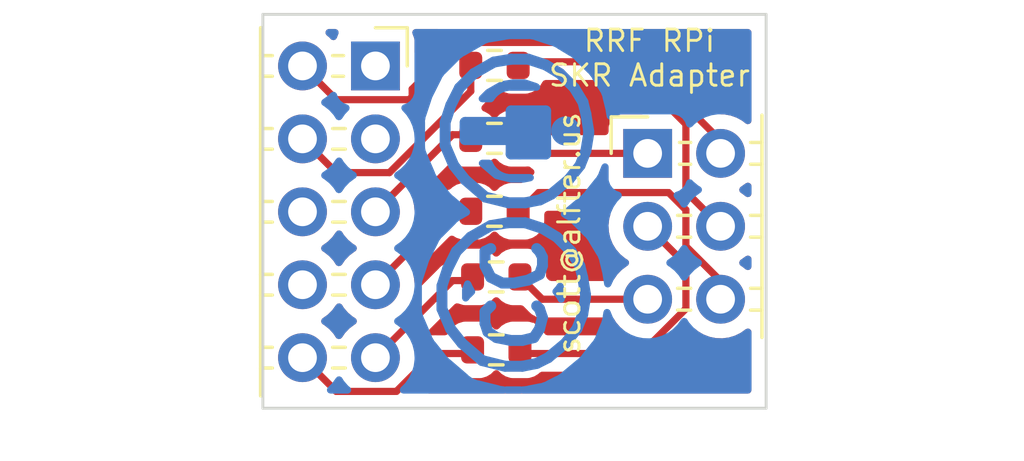
<source format=kicad_pcb>
(kicad_pcb (version 20211014) (generator pcbnew)
  (title_block (date "2022-08-19"))
  (layers (0 "F.Cu" signal) (31 "B.Cu" signal) (34 "B.Paste" user) (35 "F.Paste" user) (36 "B.SilkS" user "B.Silkscreen") (37 "F.SilkS" user "F.Silkscreen") (38 "B.Mask" user) (39 "F.Mask" user) (44 "Edge.Cuts" user))
  (net 0 "")
  (net 1 "SPI0_MOSI")
  (net 2 "GND")
  (net 3 "SPI0_MISO")
  (net 4 "BCM25")
  (net 5 "SPI0_CLK")
  (net 6 "SPI0_CE")
  (net 7 "PF13")
  (net 8 "RST")
  (net 9 "PF12")
  (net 10 "PB15")
  (net 11 "PF11")
  (net 12 "PB12")
  (net 13 "PG10")
  (net 14 "PB13")
  (net 15 "PB14")
  (footprint "Resistor_SMD:R_0603_1608Metric" (layer "F.Cu") (at 146.495 90.932 180)
    (fp_text reference "R5" hide)
    (fp_text value "100")
    (fp_line (start -0.237258 -0.5225) (end 0.237258 -0.5225) (layer "F.SilkS") (width 0.12))
    (fp_line (start -0.237258 0.5225) (end 0.237258 0.5225) (layer "F.SilkS") (width 0.12))
    (pad "1" smd roundrect (at -0.825 0 180) (size 0.8 0.95) (layers "F.Cu" "F.Paste" "F.Mask") (net 4 "BCM25"))
    (pad "2" smd roundrect (at 0.825 0 180) (size 0.8 0.95) (layers "F.Cu" "F.Paste" "F.Mask") (net 9 "PF12"))
  )
  (footprint "Connector_PinSocket_2.54mm:PinSocket_2x05_P2.54mm_Horizontal" (layer "F.Cu") (at 142.35 90.95)
    (fp_text reference "J2" hide)
    (fp_text value "SKR EXP2")
    (fp_line (start -1.49 0.36) (end -1.11 0.36) (layer "F.SilkS") (width 0.12))
    (fp_line (start -1.49 9.8) (end -1.05 9.8) (layer "F.SilkS") (width 0.12))
    (fp_line (start -1.49 2.18) (end -1.05 2.18) (layer "F.SilkS") (width 0.12))
    (fp_line (start -4 4.72) (end -3.59 4.72) (layer "F.SilkS") (width 0.12))
    (fp_line (start -4 7.26) (end -3.59 7.26) (layer "F.SilkS") (width 0.12))
    (fp_line (start -1.49 4.72) (end -1.05 4.72) (layer "F.SilkS") (width 0.12))
    (fp_line (start -1.49 7.26) (end -1.05 7.26) (layer "F.SilkS") (width 0.12))
    (fp_line (start -1.49 10.52) (end -1.05 10.52) (layer "F.SilkS") (width 0.12))
    (fp_line (start -4 -1.33) (end -4 11.49) (layer "F.SilkS") (width 0.12))
    (fp_line (start -4 2.9) (end -3.59 2.9) (layer "F.SilkS") (width 0.12))
    (fp_line (start -4 0.36) (end -3.59 0.36) (layer "F.SilkS") (width 0.12))
    (fp_line (start -4 5.44) (end -3.59 5.44) (layer "F.SilkS") (width 0.12))
    (fp_line (start -4 7.98) (end -3.59 7.98) (layer "F.SilkS") (width 0.12))
    (fp_line (start -4 9.8) (end -3.59 9.8) (layer "F.SilkS") (width 0.12))
    (fp_line (start -1.49 2.9) (end -1.05 2.9) (layer "F.SilkS") (width 0.12))
    (fp_line (start 1.11 -1.33) (end 1.11 0) (layer "F.SilkS") (width 0.12))
    (fp_line (start 0 -1.33) (end 1.11 -1.33) (layer "F.SilkS") (width 0.12))
    (fp_line (start -4 2.18) (end -3.59 2.18) (layer "F.SilkS") (width 0.12))
    (fp_line (start -1.49 -0.36) (end -1.11 -0.36) (layer "F.SilkS") (width 0.12))
    (fp_line (start -4 -0.36) (end -3.59 -0.36) (layer "F.SilkS") (width 0.12))
    (fp_line (start -1.49 5.44) (end -1.05 5.44) (layer "F.SilkS") (width 0.12))
    (fp_line (start -1.49 7.98) (end -1.05 7.98) (layer "F.SilkS") (width 0.12))
    (fp_line (start -4 10.52) (end -3.59 10.52) (layer "F.SilkS") (width 0.12))
    (pad "1" thru_hole rect (at 0 0) (size 1.7 1.7) (drill 1) (layers *.Cu *.Mask) (net 7 "PF13"))
    (pad "2" thru_hole oval (at -2.54 0) (size 1.7 1.7) (drill 1) (layers *.Cu *.Mask) (net 2 "GND"))
    (pad "3" thru_hole oval (at 0 2.54) (size 1.7 1.7) (drill 1) (layers *.Cu *.Mask) (net 8 "RST"))
    (pad "4" thru_hole oval (at -2.54 2.54) (size 1.7 1.7) (drill 1) (layers *.Cu *.Mask) (net 9 "PF12"))
    (pad "5" thru_hole oval (at 0 5.08) (size 1.7 1.7) (drill 1) (layers *.Cu *.Mask) (net 10 "PB15"))
    (pad "6" thru_hole oval (at -2.54 5.08) (size 1.7 1.7) (drill 1) (layers *.Cu *.Mask) (net 11 "PF11"))
    (pad "7" thru_hole oval (at 0 7.62) (size 1.7 1.7) (drill 1) (layers *.Cu *.Mask) (net 12 "PB12"))
    (pad "8" thru_hole oval (at -2.54 7.62) (size 1.7 1.7) (drill 1) (layers *.Cu *.Mask) (net 13 "PG10"))
    (pad "9" thru_hole oval (at 0 10.16) (size 1.7 1.7) (drill 1) (layers *.Cu *.Mask) (net 14 "PB13"))
    (pad "10" thru_hole oval (at -2.54 10.16) (size 1.7 1.7) (drill 1) (layers *.Cu *.Mask) (net 15 "PB14"))
  )
  (footprint "Resistor_SMD:R_0603_1608Metric" (layer "F.Cu") (at 146.558 98.298 180)
    (fp_text reference "R3" hide)
    (fp_text value "100")
    (fp_line (start -0.237258 0.5225) (end 0.237258 0.5225) (layer "F.SilkS") (width 0.12))
    (fp_line (start -0.237258 -0.5225) (end 0.237258 -0.5225) (layer "F.SilkS") (width 0.12))
    (pad "1" smd roundrect (at -0.825 0 180) (size 0.8 0.95) (layers "F.Cu" "F.Paste" "F.Mask") (net 5 "SPI0_CLK"))
    (pad "2" smd roundrect (at 0.825 0 180) (size 0.8 0.95) (layers "F.Cu" "F.Paste" "F.Mask") (net 14 "PB13"))
  )
  (footprint "Resistor_SMD:R_0603_1608Metric" (layer "F.Cu") (at 146.558 100.838 180)
    (fp_text reference "R2" hide)
    (fp_text value "100")
    (fp_line (start -0.237258 0.5225) (end 0.237258 0.5225) (layer "F.SilkS") (width 0.12))
    (fp_line (start -0.237258 -0.5225) (end 0.237258 -0.5225) (layer "F.SilkS") (width 0.12))
    (pad "1" smd roundrect (at -0.825 0 180) (size 0.8 0.95) (layers "F.Cu" "F.Paste" "F.Mask") (net 3 "SPI0_MISO"))
    (pad "2" smd roundrect (at 0.825 0 180) (size 0.8 0.95) (layers "F.Cu" "F.Paste" "F.Mask") (net 15 "PB14"))
  )
  (footprint "Connector_PinHeader_2.54mm:PinHeader_2x03_P2.54mm_Horizontal" (layer "F.Cu") (at 151.83 93.995)
    (fp_text reference "J1" hide)
    (fp_text value "RPi GPIO")
    (fp_line (start 1.042929 5.46) (end 1.497071 5.46) (layer "F.SilkS") (width 0.12))
    (fp_line (start 1.11 0.38) (end 1.497071 0.38) (layer "F.SilkS") (width 0.12))
    (fp_line (start 1.042929 2.16) (end 1.497071 2.16) (layer "F.SilkS") (width 0.12))
    (fp_line (start 3.582929 5.46) (end 3.98 5.46) (layer "F.SilkS") (width 0.12))
    (fp_line (start -1.27 0) (end -1.27 -1.27) (layer "F.SilkS") (width 0.12))
    (fp_line (start 1.042929 4.7) (end 1.497071 4.7) (layer "F.SilkS") (width 0.12))
    (fp_line (start 3.582929 0.38) (end 3.98 0.38) (layer "F.SilkS") (width 0.12))
    (fp_line (start 3.582929 4.7) (end 3.98 4.7) (layer "F.SilkS") (width 0.12))
    (fp_line (start -1.27 -1.27) (end 0 -1.27) (layer "F.SilkS") (width 0.12))
    (fp_line (start 3.582929 2.16) (end 3.98 2.16) (layer "F.SilkS") (width 0.12))
    (fp_line (start 1.11 -0.38) (end 1.497071 -0.38) (layer "F.SilkS") (width 0.12))
    (fp_line (start 3.582929 2.92) (end 3.98 2.92) (layer "F.SilkS") (width 0.12))
    (fp_line (start 3.98 -1.33) (end 3.98 6.41) (layer "F.SilkS") (width 0.12))
    (fp_line (start 1.042929 2.92) (end 1.497071 2.92) (layer "F.SilkS") (width 0.12))
    (fp_line (start 3.582929 -0.38) (end 3.98 -0.38) (layer "F.SilkS") (width 0.12))
    (pad "1" thru_hole rect (at 0 0) (size 1.7 1.7) (drill 1) (layers *.Cu *.Mask) (net 1 "SPI0_MOSI"))
    (pad "2" thru_hole oval (at 2.54 0) (size 1.7 1.7) (drill 1) (layers *.Cu *.Mask) (net 2 "GND"))
    (pad "3" thru_hole oval (at 0 2.54) (size 1.7 1.7) (drill 1) (layers *.Cu *.Mask) (net 3 "SPI0_MISO"))
    (pad "4" thru_hole oval (at 2.54 2.54) (size 1.7 1.7) (drill 1) (layers *.Cu *.Mask) (net 4 "BCM25"))
    (pad "5" thru_hole oval (at 0 5.08) (size 1.7 1.7) (drill 1) (layers *.Cu *.Mask) (net 5 "SPI0_CLK"))
    (pad "6" thru_hole oval (at 2.54 5.08) (size 1.7 1.7) (drill 1) (layers *.Cu *.Mask) (net 6 "SPI0_CE"))
  )
  (footprint "Resistor_SMD:R_0603_1608Metric" (layer "F.Cu") (at 146.495 93.472 180)
    (fp_text reference "R1" hide)
    (fp_text value "100")
    (fp_line (start -0.237258 0.5225) (end 0.237258 0.5225) (layer "F.SilkS") (width 0.12))
    (fp_line (start -0.237258 -0.5225) (end 0.237258 -0.5225) (layer "F.SilkS") (width 0.12))
    (pad "1" smd roundrect (at -0.825 0 180) (size 0.8 0.95) (layers "F.Cu" "F.Paste" "F.Mask") (net 1 "SPI0_MOSI"))
    (pad "2" smd roundrect (at 0.825 0 180) (size 0.8 0.95) (layers "F.Cu" "F.Paste" "F.Mask") (net 10 "PB15"))
  )
  (footprint "Resistor_SMD:R_0603_1608Metric" (layer "F.Cu") (at 146.495 96.012 180)
    (fp_text reference "R4" hide)
    (fp_text value "100")
    (fp_line (start -0.237258 0.5225) (end 0.237258 0.5225) (layer "F.SilkS") (width 0.12))
    (fp_line (start -0.237258 -0.5225) (end 0.237258 -0.5225) (layer "F.SilkS") (width 0.12))
    (pad "1" smd roundrect (at -0.825 0 180) (size 0.8 0.95) (layers "F.Cu" "F.Paste" "F.Mask") (net 6 "SPI0_CE"))
    (pad "2" smd roundrect (at 0.825 0 180) (size 0.8 0.95) (layers "F.Cu" "F.Paste" "F.Mask") (net 12 "PB12"))
  )
  (footprint "Symbol:Symbol_CC-Attribution_CopperTop_Small" (layer "B.Cu") (at 147.27682 93.21546 90)
    (fp_text reference "REF**" hide)
    (fp_text value "Symbol_CC-Attribution_CopperTop_Small" hide)
    (fp_line (start -2.49936 -0.29972) (end -2.30124 -1.09982) (layer "B.Cu") (width 0.381))
    (fp_line (start -0.29972 -0.29972) (end -0.29972 -1.80086) (layer "B.Cu") (width 0.381))
    (fp_line (start -2.4003 0.8001) (end -2.49936 0.29972) (layer "B.Cu") (width 0.381))
    (fp_line (start -0.8001 1.00076) (end 0.70104 1.00076) (layer "B.Cu") (width 0.381))
    (fp_line (start -0.29972 -1.80086) (end 0.20066 -1.80086) (layer "B.Cu") (width 0.381))
    (fp_line (start -1.69926 1.80086) (end -2.19964 1.19888) (layer "B.Cu") (width 0.381))
    (fp_line (start -0.70104 0.70104) (end 0.59944 0.70104) (layer "B.Cu") (width 0.381))
    (fp_line (start 2.49936 0.39878) (end 2.30124 1.00076) (layer "B.Cu") (width 0.381))
    (fp_line (start 1.99898 -1.50114) (end 2.4003 -0.8001) (layer "B.Cu") (width 0.381))
    (fp_line (start -2.19964 1.19888) (end -2.4003 0.8001) (layer "B.Cu") (width 0.381))
    (fp_line (start 0.70104 1.00076) (end 0.70104 -0.20066) (layer "B.Cu") (width 0.381))
    (fp_line (start 0.29972 -1.80086) (end 0.29972 -0.20066) (layer "B.Cu") (width 0.381))
    (fp_line (start -1.69926 -1.80086) (end -1.19888 -2.19964) (layer "B.Cu") (width 0.381))
    (fp_line (start 0 2.49936) (end -0.09906 2.49936) (layer "B.Cu") (width 0.381))
    (fp_line (start -0.09906 2.49936) (end -0.70104 2.4003) (layer "B.Cu") (width 0.381))
    (fp_line (start 0.59944 2.4003) (end 0 2.49936) (layer "B.Cu") (width 0.381))
    (fp_line (start 1.99898 1.50114) (end 1.50114 1.99898) (layer "B.Cu") (width 0.381))
    (fp_line (start 0.89916 -2.30124) (end 1.50114 -1.99898) (layer "B.Cu") (width 0.381))
    (fp_line (start 2.4003 -0.8001) (end 2.49936 -0.20066) (layer "B.Cu") (width 0.381))
    (fp_line (start 2.49936 -0.20066) (end 2.49936 0.39878) (layer "B.Cu") (width 0.381))
    (fp_line (start -2.49936 0.29972) (end -2.49936 -0.29972) (layer "B.Cu") (width 0.381))
    (fp_line (start -1.19888 -2.19964) (end -0.50038 -2.49936) (layer "B.Cu") (width 0.381))
    (fp_line (start 1.50114 -1.99898) (end 1.99898 -1.50114) (layer "B.Cu") (width 0.381))
    (fp_line (start 0 -0.29972) (end 0 -1.6002) (layer "B.Cu") (width 0.381))
    (fp_line (start -0.8001 -0.20066) (end -0.8001 1.00076) (layer "B.Cu") (width 0.381))
    (fp_line (start 0.09906 -1.80086) (end 0.29972 -1.80086) (layer "B.Cu") (width 0.381))
    (fp_line (start 1.50114 1.99898) (end 1.00076 2.30124) (layer "B.Cu") (width 0.381))
    (fp_line (start -1.19888 2.19964) (end -1.69926 1.80086) (layer "B.Cu") (width 0.381))
    (fp_line (start -0.8001 0.09906) (end 0.50038 0.09906) (layer "B.Cu") (width 0.381))
    (fp_line (start -0.70104 2.4003) (end -1.19888 2.19964) (layer "B.Cu") (width 0.381))
    (fp_line (start 0.29972 -2.49936) (end 0.89916 -2.30124) (layer "B.Cu") (width 0.381))
    (fp_line (start 0 1.89992) (end 0 1.50114) (layer "B.Cu") (width 0.381))
    (fp_line (start 0.70104 -0.20066) (end -0.8001 -0.20066) (layer "B.Cu") (width 0.381))
    (fp_line (start -0.50038 -2.49936) (end 0.29972 -2.49936) (layer "B.Cu") (width 0.381))
    (fp_line (start 1.00076 2.30124) (end 0.59944 2.4003) (layer "B.Cu") (width 0.381))
    (fp_line (start 2.30124 1.00076) (end 1.99898 1.50114) (layer "B.Cu") (width 0.381))
    (fp_line (start -2.30124 -1.09982) (end -1.69926 -1.80086) (layer "B.Cu") (width 0.381))
    (fp_line (start 0.50038 0.39878) (end -0.70104 0.39878) (layer "B.Cu") (width 0.381))
    (fp_circle (center 0 1.69926) (end 0.09906 1.39954) (layer "B.Cu") (width 0.381) (fill none))
  )
  (footprint "Symbol:Symbol_CreativeCommons_CopperTop_Type2_Small" (layer "B.Cu") (at 147.066 99.06 90)
    (fp_text reference "REF**" hide)
    (fp_text value "Symbol_CreativeCommons_CopperTop_Type2_Small" hide)
    (fp_line (start -0.44944 -0.90076) (end -0.24878 -0.7001) (layer "B.Cu") (width 0.381))
    (fp_line (start 0.44972 -2.39936) (end 1.04916 -2.20124) (layer "B.Cu") (width 0.381))
    (fp_line (start 0.15 2.59936) (end 0.05094 2.59936) (layer "B.Cu") (width 0.381))
    (fp_line (start 2.45124 1.10076) (end 2.14898 1.60114) (layer "B.Cu") (width 0.381))
    (fp_line (start -1.04888 2.29964) (end -1.54926 1.90086) (layer "B.Cu") (width 0.381))
    (fp_line (start -1.04888 0.99916) (end -1.35114 0.80104) (layer "B.Cu") (width 0.381))
    (fp_line (start 1.45048 1.10076) (end 1.15076 1.10076) (layer "B.Cu") (width 0.381))
    (fp_line (start 2.64936 -0.10066) (end 2.64936 0.49878) (layer "B.Cu") (width 0.381))
    (fp_line (start -0.35038 0.99916) (end -0.6501 1.10076) (layer "B.Cu") (width 0.381))
    (fp_line (start 2.14898 1.60114) (end 1.65114 2.09898) (layer "B.Cu") (width 0.381))
    (fp_line (start -1.04888 -2.09964) (end -0.35038 -2.39936) (layer "B.Cu") (width 0.381))
    (fp_line (start 1.7502 0.9001) (end 1.65114 0.99916) (layer "B.Cu") (width 0.381))
    (fp_line (start -1.15048 -0.79916) (end -0.85076 -0.90076) (layer "B.Cu") (width 0.381))
    (fp_line (start -1.54926 1.90086) (end -2.04964 1.29888) (layer "B.Cu") (width 0.381))
    (fp_line (start -1.54926 -1.70086) (end -1.04888 -2.09964) (layer "B.Cu") (width 0.381))
    (fp_line (start 1.04916 -2.20124) (end 1.65114 -1.89898) (layer "B.Cu") (width 0.381))
    (fp_line (start 2.64936 0.49878) (end 2.45124 1.10076) (layer "B.Cu") (width 0.381))
    (fp_line (start 1.15076 -0.90076) (end 1.34888 -0.90076) (layer "B.Cu") (width 0.381))
    (fp_line (start -2.15124 -0.99982) (end -1.54926 -1.70086) (layer "B.Cu") (width 0.381))
    (fp_line (start 0.05094 2.59936) (end -0.55104 2.5003) (layer "B.Cu") (width 0.381))
    (fp_line (start -0.6501 1.10076) (end -1.04888 0.99916) (layer "B.Cu") (width 0.381))
    (fp_line (start 1.15076 2.40124) (end 0.74944 2.5003) (layer "B.Cu") (width 0.381))
    (fp_line (start 0.85104 0.99916) (end 0.65038 0.60038) (layer "B.Cu") (width 0.381))
    (fp_line (start 0.65038 0.60038) (end 0.54878 0.1) (layer "B.Cu") (width 0.381))
    (fp_line (start 0.54878 -0.29878) (end 0.74944 -0.7001) (layer "B.Cu") (width 0.381))
    (fp_line (start -1.4502 0.39972) (end -1.4502 0.00094) (layer "B.Cu") (width 0.381))
    (fp_line (start -0.85076 -0.90076) (end -0.44944 -0.90076) (layer "B.Cu") (width 0.381))
    (fp_line (start 0.54878 0.1) (end 0.54878 -0.29878) (layer "B.Cu") (width 0.381))
    (fp_line (start 1.65114 0.99916) (end 1.45048 1.10076) (layer "B.Cu") (width 0.381))
    (fp_line (start -0.24878 0.9001) (end -0.35038 0.99916) (layer "B.Cu") (width 0.381))
    (fp_line (start 2.5503 -0.7001) (end 2.64936 -0.10066) (layer "B.Cu") (width 0.381))
    (fp_line (start 1.65114 -1.89898) (end 2.14898 -1.40114) (layer "B.Cu") (width 0.381))
    (fp_line (start -2.04964 1.29888) (end -2.2503 0.9001) (layer "B.Cu") (width 0.381))
    (fp_line (start 2.14898 -1.40114) (end 2.5503 -0.7001) (layer "B.Cu") (width 0.381))
    (fp_line (start -0.55104 2.5003) (end -1.04888 2.29964) (layer "B.Cu") (width 0.381))
    (fp_line (start -2.34936 -0.19972) (end -2.15124 -0.99982) (layer "B.Cu") (width 0.381))
    (fp_line (start 0.74944 -0.7001) (end 1.15076 -0.90076) (layer "B.Cu") (width 0.381))
    (fp_line (start -2.34936 0.39972) (end -2.34936 -0.19972) (layer "B.Cu") (width 0.381))
    (fp_line (start 1.15076 1.10076) (end 0.85104 0.99916) (layer "B.Cu") (width 0.381))
    (fp_line (start -1.35114 0.80104) (end -1.4502 0.39972) (layer "B.Cu") (width 0.381))
    (fp_line (start 1.65114 -0.90076) (end 1.7502 -0.7001) (layer "B.Cu") (width 0.381))
    (fp_line (start 1.65114 2.09898) (end 1.15076 2.40124) (layer "B.Cu") (width 0.381))
    (fp_line (start 0.74944 2.5003) (end 0.15 2.59936) (layer "B.Cu") (width 0.381))
    (fp_line (start -1.35114 -0.49944) (end -1.15048 -0.79916) (layer "B.Cu") (width 0.381))
    (fp_line (start -2.2503 0.9001) (end -2.34936 0.39972) (layer "B.Cu") (width 0.381))
    (fp_line (start 1.34888 -0.90076) (end 1.65114 -0.90076) (layer "B.Cu") (width 0.381))
    (fp_line (start -1.4502 0.00094) (end -1.35114 -0.49944) (layer "B.Cu") (width 0.381))
    (fp_line (start -0.35038 -2.39936) (end 0.44972 -2.39936) (layer "B.Cu") (width 0.381))
  )
  (gr_line (start 138.43 102.87) (end 138.43 89.154) (layer "Edge.Cuts") (width 0.1))
  (gr_line (start 155.956 102.87) (end 138.43 102.87) (layer "Edge.Cuts") (width 0.1))
  (gr_line (start 138.43 89.154) (end 155.956 89.154) (layer "Edge.Cuts") (width 0.1))
  (gr_line (start 155.956 89.154) (end 155.956 102.87) (layer "Edge.Cuts") (width 0.1))
  (gr_text "RRF RPi\nSKR Adapter" (at 151.892 90.678) (layer "F.SilkS") (effects (font (size 0.75 0.75) (thickness 0.1))))
  (gr_text "scott@alfter.us" (at 149.098 96.774 90) (layer "F.SilkS") (effects (font (size 0.75 0.75) (thickness 0.1))))
  (segment (start 148.16 93.995) (end 151.83 93.995) (width 0.25) (layer "F.Cu") (net 1))
  (segment (start 147.51 93.345) (end 148.16 93.995) (width 0.25) (layer "F.Cu") (net 1))
  (segment (start 150.95269 90.132) (end 145.252538 90.132) (width 0.25) (layer "F.Cu") (net 2))
  (segment (start 143.629444 92.020556) (end 143.525 92.125) (width 0.25) (layer "F.Cu") (net 2))
  (segment (start 154.37 93.54931) (end 150.95269 90.132) (width 0.25) (layer "F.Cu") (net 2))
  (segment (start 145.252538 90.132) (end 143.629444 91.755094) (width 0.25) (layer "F.Cu") (net 2))
  (segment (start 143.629444 91.755094) (end 143.629444 92.020556) (width 0.25) (layer "F.Cu") (net 2))
  (segment (start 143.525 92.125) (end 140.985 92.125) (width 0.25) (layer "F.Cu") (net 2))
  (segment (start 154.37 93.995) (end 154.37 93.54931) (width 0.25) (layer "F.Cu") (net 2))
  (segment (start 140.985 92.125) (end 139.81 90.95) (width 0.25) (layer "F.Cu") (net 2))
  (segment (start 153.162 97.867) (end 151.83 96.535) (width 0.25) (layer "F.Cu") (net 3))
  (segment (start 153.162 99.404701) (end 153.162 97.867) (width 0.25) (layer "F.Cu") (net 3))
  (segment (start 151.601701 100.965) (end 153.162 99.404701) (width 0.25) (layer "F.Cu") (net 3))
  (segment (start 147.51 100.965) (end 151.601701 100.965) (width 0.25) (layer "F.Cu") (net 3))
  (segment (start 153.162 92.977) (end 153.162 95.327) (width 0.25) (layer "F.Cu") (net 4))
  (segment (start 150.99 90.805) (end 153.162 92.977) (width 0.25) (layer "F.Cu") (net 4))
  (segment (start 147.51 90.805) (end 150.99 90.805) (width 0.25) (layer "F.Cu") (net 4))
  (segment (start 153.162 95.327) (end 154.37 96.535) (width 0.25) (layer "F.Cu") (net 4))
  (segment (start 148.16 99.075) (end 151.83 99.075) (width 0.25) (layer "F.Cu") (net 5))
  (segment (start 147.51 98.425) (end 148.16 99.075) (width 0.25) (layer "F.Cu") (net 5))
  (segment (start 153.162 95.96269) (end 153.162 97.23131) (width 0.25) (layer "F.Cu") (net 6))
  (segment (start 152.55931 95.36) (end 153.162 95.96269) (width 0.25) (layer "F.Cu") (net 6))
  (segment (start 147.51 95.885) (end 148.035 95.36) (width 0.25) (layer "F.Cu") (net 6))
  (segment (start 153.162 97.23131) (end 154.37 98.43931) (width 0.25) (layer "F.Cu") (net 6))
  (segment (start 154.37 98.43931) (end 154.37 99.075) (width 0.25) (layer "F.Cu") (net 6))
  (segment (start 148.035 95.36) (end 152.55931 95.36) (width 0.25) (layer "F.Cu") (net 6))
  (segment (start 140.985 94.665) (end 139.81 93.49) (width 0.25) (layer "F.Cu") (net 9))
  (segment (start 142.836701 94.665) (end 140.985 94.665) (width 0.25) (layer "F.Cu") (net 9))
  (segment (start 145.67 91.831701) (end 142.836701 94.665) (width 0.25) (layer "F.Cu") (net 9))
  (segment (start 145.67 90.932) (end 145.67 91.831701) (width 0.25) (layer "F.Cu") (net 9))
  (segment (start 145.035 93.345) (end 145.86 93.345) (width 0.25) (layer "F.Cu") (net 10))
  (segment (start 142.35 96.03) (end 145.035 93.345) (width 0.25) (layer "F.Cu") (net 10))
  (segment (start 145.035 95.885) (end 145.86 95.885) (width 0.25) (layer "F.Cu") (net 12))
  (segment (start 142.35 98.57) (end 145.035 95.885) (width 0.25) (layer "F.Cu") (net 12))
  (segment (start 142.35 101.11) (end 145.035 98.425) (width 0.25) (layer "F.Cu") (net 14))
  (segment (start 145.035 98.425) (end 145.86 98.425) (width 0.25) (layer "F.Cu") (net 14))
  (segment (start 140.985 102.285) (end 143.079 102.285) (width 0.25) (layer "F.Cu") (net 15))
  (segment (start 144.399 100.965) (end 145.86 100.965) (width 0.25) (layer "F.Cu") (net 15))
  (segment (start 143.079 102.285) (end 144.399 100.965) (width 0.25) (layer "F.Cu") (net 15))
  (segment (start 139.81 101.11) (end 140.985 102.285) (width 0.25) (layer "F.Cu") (net 15))
  (zone (net 0) (net_name "") (layer "F.Cu") (connect_pads (clearance 0.508)) (min_thickness 0.254) (fill yes (thermal_gap 0.508) (thermal_bridge_width 0.508))
    (polygon (pts (xy 155.956 102.87) (xy 138.43 102.87) (xy 138.43 89.154) (xy 155.956 89.154)))
  )
  (zone (net 0) (net_name "") (layer "B.Cu") (connect_pads (clearance 0.508)) (min_thickness 0.254) (fill yes (thermal_gap 0.508) (thermal_bridge_width 0.508))
    (polygon (pts (xy 155.956 102.87) (xy 138.43 102.87) (xy 138.43 89.154) (xy 155.956 89.154)))
  )
)
</source>
